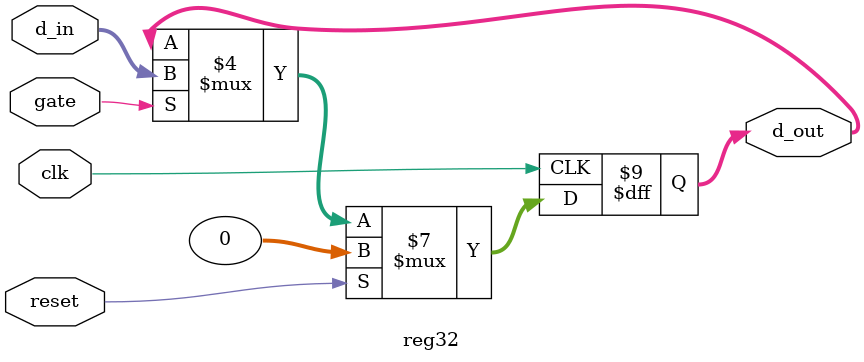
<source format=v>

module reg32 (clk, reset, d_in, d_out, gate);
    input       	clk, reset;
    input	[31:0]	d_in;
    input gate;
    output 	[31:0] 	d_out;
    reg 	[31:0]	 d_out;
   
    always @(posedge clk)
    begin
        if (reset) begin
          d_out <= 0;
        end
        else if (!gate) begin
          //do nothing, just hold
        end  
        else begin
          d_out <= d_in;
        end
    end

endmodule
	

</source>
